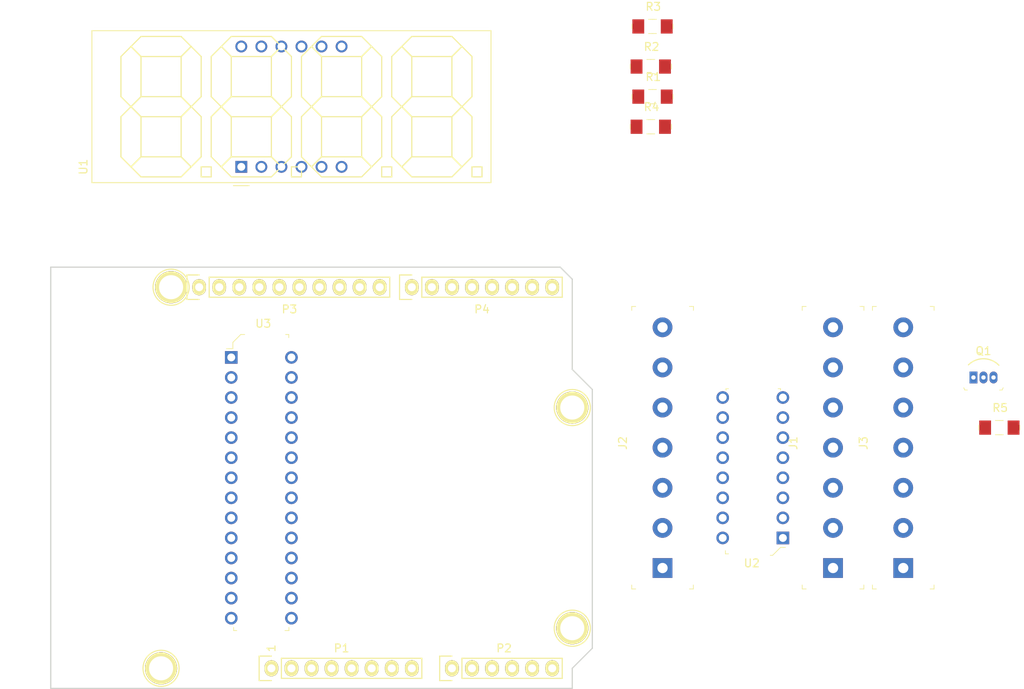
<source format=kicad_pcb>
(kicad_pcb (version 20171130) (host pcbnew "(5.1.2)-1")

  (general
    (thickness 1.6)
    (drawings 27)
    (tracks 0)
    (zones 0)
    (modules 20)
    (nets 75)
  )

  (page A4)
  (title_block
    (date "lun. 30 mars 2015")
  )

  (layers
    (0 F.Cu signal)
    (31 B.Cu signal)
    (32 B.Adhes user)
    (33 F.Adhes user)
    (34 B.Paste user)
    (35 F.Paste user)
    (36 B.SilkS user)
    (37 F.SilkS user)
    (38 B.Mask user)
    (39 F.Mask user)
    (40 Dwgs.User user)
    (41 Cmts.User user)
    (42 Eco1.User user)
    (43 Eco2.User user)
    (44 Edge.Cuts user)
    (45 Margin user)
    (46 B.CrtYd user)
    (47 F.CrtYd user)
    (48 B.Fab user)
    (49 F.Fab user)
  )

  (setup
    (last_trace_width 0.25)
    (trace_clearance 0.2)
    (zone_clearance 0.508)
    (zone_45_only no)
    (trace_min 0.2)
    (via_size 0.6)
    (via_drill 0.4)
    (via_min_size 0.4)
    (via_min_drill 0.3)
    (uvia_size 0.3)
    (uvia_drill 0.1)
    (uvias_allowed no)
    (uvia_min_size 0.2)
    (uvia_min_drill 0.1)
    (edge_width 0.15)
    (segment_width 0.15)
    (pcb_text_width 0.3)
    (pcb_text_size 1.5 1.5)
    (mod_edge_width 0.15)
    (mod_text_size 1 1)
    (mod_text_width 0.15)
    (pad_size 4.064 4.064)
    (pad_drill 3.048)
    (pad_to_mask_clearance 0)
    (aux_axis_origin 110.998 126.365)
    (grid_origin 110.998 126.365)
    (visible_elements 7FFFFFFF)
    (pcbplotparams
      (layerselection 0x00030_80000001)
      (usegerberextensions false)
      (usegerberattributes false)
      (usegerberadvancedattributes false)
      (creategerberjobfile false)
      (excludeedgelayer true)
      (linewidth 0.100000)
      (plotframeref false)
      (viasonmask false)
      (mode 1)
      (useauxorigin false)
      (hpglpennumber 1)
      (hpglpenspeed 20)
      (hpglpendiameter 15.000000)
      (psnegative false)
      (psa4output false)
      (plotreference true)
      (plotvalue true)
      (plotinvisibletext false)
      (padsonsilk false)
      (subtractmaskfromsilk false)
      (outputformat 1)
      (mirror false)
      (drillshape 1)
      (scaleselection 1)
      (outputdirectory ""))
  )

  (net 0 "")
  (net 1 /IOREF)
  (net 2 /Reset)
  (net 3 +5V)
  (net 4 GND)
  (net 5 /Vin)
  (net 6 /A0)
  (net 7 /A1)
  (net 8 /A2)
  (net 9 /A3)
  (net 10 /AREF)
  (net 11 "/A4(SDA)")
  (net 12 "/A5(SCL)")
  (net 13 /8)
  (net 14 /7)
  (net 15 /4)
  (net 16 /2)
  (net 17 "/1(Tx)")
  (net 18 "/0(Rx)")
  (net 19 "Net-(P5-Pad1)")
  (net 20 "Net-(P6-Pad1)")
  (net 21 "Net-(P7-Pad1)")
  (net 22 "Net-(P8-Pad1)")
  (net 23 "/13(SCK)")
  (net 24 "Net-(P1-Pad1)")
  (net 25 +3V3)
  (net 26 "/12(MISO)")
  (net 27 "Net-(R4-Pad1)")
  (net 28 "Net-(R3-Pad1)")
  (net 29 "Net-(R2-Pad1)")
  (net 30 "Net-(R1-Pad1)")
  (net 31 "/11(PWM-MOSI)")
  (net 32 "/10(PWM-SS)")
  (net 33 "/9(PWM)")
  (net 34 "/6(PWM)")
  (net 35 "/5(PWM)")
  (net 36 "/3(PWM)")
  (net 37 "Net-(Q1-Pad2)")
  (net 38 "Net-(J2-Pad7)")
  (net 39 "Net-(J2-Pad6)")
  (net 40 "Net-(J2-Pad5)")
  (net 41 "Net-(J2-Pad4)")
  (net 42 "Net-(J2-Pad3)")
  (net 43 "Net-(J2-Pad2)")
  (net 44 "Net-(J2-Pad1)")
  (net 45 "Net-(J3-Pad1)")
  (net 46 "Net-(U2-Pad9)")
  (net 47 +12V)
  (net 48 "Net-(U3-Pad28)")
  (net 49 "Net-(U3-Pad27)")
  (net 50 "Net-(U3-Pad26)")
  (net 51 "Net-(U3-Pad25)")
  (net 52 "Net-(U3-Pad24)")
  (net 53 "Net-(U3-Pad23)")
  (net 54 "Net-(U3-Pad22)")
  (net 55 "Net-(U3-Pad21)")
  (net 56 "Net-(U3-Pad20)")
  (net 57 "Net-(U3-Pad19)")
  (net 58 "Net-(U3-Pad18)")
  (net 59 "Net-(U3-Pad17)")
  (net 60 "Net-(U3-Pad16)")
  (net 61 "Net-(U3-Pad15)")
  (net 62 "Net-(U3-Pad14)")
  (net 63 "Net-(U3-Pad13)")
  (net 64 "Net-(U3-Pad12)")
  (net 65 "Net-(U3-Pad11)")
  (net 66 "Net-(U3-Pad10)")
  (net 67 "Net-(U3-Pad9)")
  (net 68 "Net-(U3-Pad7)")
  (net 69 "Net-(U3-Pad6)")
  (net 70 "Net-(U3-Pad5)")
  (net 71 "Net-(U3-Pad4)")
  (net 72 "Net-(U3-Pad3)")
  (net 73 "Net-(U3-Pad2)")
  (net 74 "Net-(U3-Pad1)")

  (net_class Default "This is the default net class."
    (clearance 0.2)
    (trace_width 0.25)
    (via_dia 0.6)
    (via_drill 0.4)
    (uvia_dia 0.3)
    (uvia_drill 0.1)
    (add_net +12V)
    (add_net +3V3)
    (add_net +5V)
    (add_net "/0(Rx)")
    (add_net "/1(Tx)")
    (add_net "/10(PWM-SS)")
    (add_net "/11(PWM-MOSI)")
    (add_net "/12(MISO)")
    (add_net "/13(SCK)")
    (add_net /2)
    (add_net "/3(PWM)")
    (add_net /4)
    (add_net "/5(PWM)")
    (add_net "/6(PWM)")
    (add_net /7)
    (add_net /8)
    (add_net "/9(PWM)")
    (add_net /A0)
    (add_net /A1)
    (add_net /A2)
    (add_net /A3)
    (add_net "/A4(SDA)")
    (add_net "/A5(SCL)")
    (add_net /AREF)
    (add_net /IOREF)
    (add_net /Reset)
    (add_net /Vin)
    (add_net GND)
    (add_net "Net-(J2-Pad1)")
    (add_net "Net-(J2-Pad2)")
    (add_net "Net-(J2-Pad3)")
    (add_net "Net-(J2-Pad4)")
    (add_net "Net-(J2-Pad5)")
    (add_net "Net-(J2-Pad6)")
    (add_net "Net-(J2-Pad7)")
    (add_net "Net-(J3-Pad1)")
    (add_net "Net-(P1-Pad1)")
    (add_net "Net-(P5-Pad1)")
    (add_net "Net-(P6-Pad1)")
    (add_net "Net-(P7-Pad1)")
    (add_net "Net-(P8-Pad1)")
    (add_net "Net-(Q1-Pad2)")
    (add_net "Net-(R1-Pad1)")
    (add_net "Net-(R2-Pad1)")
    (add_net "Net-(R3-Pad1)")
    (add_net "Net-(R4-Pad1)")
    (add_net "Net-(U2-Pad9)")
    (add_net "Net-(U3-Pad1)")
    (add_net "Net-(U3-Pad10)")
    (add_net "Net-(U3-Pad11)")
    (add_net "Net-(U3-Pad12)")
    (add_net "Net-(U3-Pad13)")
    (add_net "Net-(U3-Pad14)")
    (add_net "Net-(U3-Pad15)")
    (add_net "Net-(U3-Pad16)")
    (add_net "Net-(U3-Pad17)")
    (add_net "Net-(U3-Pad18)")
    (add_net "Net-(U3-Pad19)")
    (add_net "Net-(U3-Pad2)")
    (add_net "Net-(U3-Pad20)")
    (add_net "Net-(U3-Pad21)")
    (add_net "Net-(U3-Pad22)")
    (add_net "Net-(U3-Pad23)")
    (add_net "Net-(U3-Pad24)")
    (add_net "Net-(U3-Pad25)")
    (add_net "Net-(U3-Pad26)")
    (add_net "Net-(U3-Pad27)")
    (add_net "Net-(U3-Pad28)")
    (add_net "Net-(U3-Pad3)")
    (add_net "Net-(U3-Pad4)")
    (add_net "Net-(U3-Pad5)")
    (add_net "Net-(U3-Pad6)")
    (add_net "Net-(U3-Pad7)")
    (add_net "Net-(U3-Pad9)")
  )

  (module Luciebox:DIP-28_W7.62mm (layer F.Cu) (tedit 59C2773E) (tstamp 5D48F044)
    (at 133.858 84.455)
    (descr http://www.digikey.com/products/en?formaction=on&lang=en&site=us&KeyWords=296-1956-5-ND)
    (path /5D492254)
    (fp_text reference U3 (at 4.05 -4.28) (layer F.SilkS)
      (effects (font (size 1 1) (thickness 0.15)))
    )
    (fp_text value ATmega328-PU (at 3.76 35.65) (layer F.Fab)
      (effects (font (size 1 1) (thickness 0.15)))
    )
    (fp_line (start 7.08 -2.69) (end 7.08 34.4) (layer F.Fab) (width 0.1))
    (fp_line (start 0.48 -1.79) (end 1.38 -2.69) (layer F.Fab) (width 0.1))
    (fp_line (start 1.38 -2.69) (end 7.08 -2.69) (layer F.Fab) (width 0.1))
    (fp_line (start 0.48 -1.79) (end 0.48 34.4) (layer F.Fab) (width 0.1))
    (fp_line (start 7.28 -2.9) (end 6.88 -2.9) (layer F.SilkS) (width 0.1))
    (fp_line (start 7.28 -2.5) (end 7.28 -2.9) (layer F.SilkS) (width 0.1))
    (fp_text user REF** (at 3.63 12.31) (layer F.Fab)
      (effects (font (size 1 1) (thickness 0.1)))
    )
    (fp_line (start 0.48 34.4) (end 7.08 34.4) (layer F.Fab) (width 0.1))
    (fp_line (start 0.2 -1.9) (end 0.2 -1.1) (layer F.SilkS) (width 0.1))
    (fp_line (start 1.2 -2.9) (end 0.2 -1.9) (layer F.SilkS) (width 0.1))
    (fp_line (start 1.7 -2.9) (end 1.2 -2.9) (layer F.SilkS) (width 0.1))
    (fp_line (start 0.2 -1.1) (end -0.6 -1.1) (layer F.SilkS) (width 0.1))
    (fp_line (start -1.05 -2.94) (end -1.05 34.65) (layer F.CrtYd) (width 0.05))
    (fp_line (start 8.67 -2.94) (end 8.68 34.65) (layer F.CrtYd) (width 0.05))
    (fp_line (start -1.05 -2.94) (end 8.67 -2.94) (layer F.CrtYd) (width 0.05))
    (fp_line (start -1.05 34.65) (end 8.68 34.65) (layer F.CrtYd) (width 0.05))
    (fp_line (start 0.3 34.59) (end 0.7 34.59) (layer F.SilkS) (width 0.1))
    (fp_line (start 0.3 34.19) (end 0.3 34.59) (layer F.SilkS) (width 0.1))
    (fp_line (start 7.3 34.59) (end 6.8 34.59) (layer F.SilkS) (width 0.1))
    (fp_line (start 7.3 34.19) (end 7.3 34.59) (layer F.SilkS) (width 0.1))
    (pad 28 thru_hole circle (at 7.62 0) (size 1.6 1.6) (drill 1) (layers *.Cu *.Mask)
      (net 48 "Net-(U3-Pad28)"))
    (pad 27 thru_hole circle (at 7.62 2.54) (size 1.6 1.6) (drill 1) (layers *.Cu *.Mask)
      (net 49 "Net-(U3-Pad27)"))
    (pad 26 thru_hole circle (at 7.62 5.08) (size 1.6 1.6) (drill 1) (layers *.Cu *.Mask)
      (net 50 "Net-(U3-Pad26)"))
    (pad 25 thru_hole circle (at 7.62 7.62) (size 1.6 1.6) (drill 1) (layers *.Cu *.Mask)
      (net 51 "Net-(U3-Pad25)"))
    (pad 24 thru_hole circle (at 7.62 10.16) (size 1.6 1.6) (drill 1) (layers *.Cu *.Mask)
      (net 52 "Net-(U3-Pad24)"))
    (pad 23 thru_hole circle (at 7.62 12.7) (size 1.6 1.6) (drill 1) (layers *.Cu *.Mask)
      (net 53 "Net-(U3-Pad23)"))
    (pad 22 thru_hole circle (at 7.62 15.24) (size 1.6 1.6) (drill 1) (layers *.Cu *.Mask)
      (net 54 "Net-(U3-Pad22)"))
    (pad 21 thru_hole circle (at 7.62 17.78) (size 1.6 1.6) (drill 1) (layers *.Cu *.Mask)
      (net 55 "Net-(U3-Pad21)"))
    (pad 20 thru_hole circle (at 7.62 20.32) (size 1.6 1.6) (drill 1) (layers *.Cu *.Mask)
      (net 56 "Net-(U3-Pad20)"))
    (pad 19 thru_hole circle (at 7.62 22.86) (size 1.6 1.6) (drill 1) (layers *.Cu *.Mask)
      (net 57 "Net-(U3-Pad19)"))
    (pad 18 thru_hole circle (at 7.62 25.4) (size 1.6 1.6) (drill 1) (layers *.Cu *.Mask)
      (net 58 "Net-(U3-Pad18)"))
    (pad 17 thru_hole circle (at 7.62 27.94) (size 1.6 1.6) (drill 1) (layers *.Cu *.Mask)
      (net 59 "Net-(U3-Pad17)"))
    (pad 16 thru_hole circle (at 7.62 30.48) (size 1.6 1.6) (drill 1) (layers *.Cu *.Mask)
      (net 60 "Net-(U3-Pad16)"))
    (pad 15 thru_hole circle (at 7.62 33.02) (size 1.6 1.6) (drill 1) (layers *.Cu *.Mask)
      (net 61 "Net-(U3-Pad15)"))
    (pad 14 thru_hole circle (at 0 33.02) (size 1.6 1.6) (drill 1) (layers *.Cu *.Mask)
      (net 62 "Net-(U3-Pad14)"))
    (pad 13 thru_hole circle (at 0 30.48) (size 1.6 1.6) (drill 1) (layers *.Cu *.Mask)
      (net 63 "Net-(U3-Pad13)"))
    (pad 12 thru_hole circle (at 0 27.94) (size 1.6 1.6) (drill 1) (layers *.Cu *.Mask)
      (net 64 "Net-(U3-Pad12)"))
    (pad 11 thru_hole circle (at 0 25.4) (size 1.6 1.6) (drill 1) (layers *.Cu *.Mask)
      (net 65 "Net-(U3-Pad11)"))
    (pad 10 thru_hole circle (at 0 22.86) (size 1.6 1.6) (drill 1) (layers *.Cu *.Mask)
      (net 66 "Net-(U3-Pad10)"))
    (pad 9 thru_hole circle (at 0 20.32) (size 1.6 1.6) (drill 1) (layers *.Cu *.Mask)
      (net 67 "Net-(U3-Pad9)"))
    (pad 8 thru_hole circle (at 0 17.78) (size 1.6 1.6) (drill 1) (layers *.Cu *.Mask)
      (net 54 "Net-(U3-Pad22)"))
    (pad 7 thru_hole circle (at 0 15.24) (size 1.6 1.6) (drill 1) (layers *.Cu *.Mask)
      (net 68 "Net-(U3-Pad7)"))
    (pad 6 thru_hole circle (at 0 12.7) (size 1.6 1.6) (drill 1) (layers *.Cu *.Mask)
      (net 69 "Net-(U3-Pad6)"))
    (pad 5 thru_hole circle (at 0 10.16) (size 1.6 1.6) (drill 1) (layers *.Cu *.Mask)
      (net 70 "Net-(U3-Pad5)"))
    (pad 4 thru_hole circle (at 0 7.62) (size 1.6 1.6) (drill 1) (layers *.Cu *.Mask)
      (net 71 "Net-(U3-Pad4)"))
    (pad 3 thru_hole circle (at 0 5.08) (size 1.6 1.6) (drill 1) (layers *.Cu *.Mask)
      (net 72 "Net-(U3-Pad3)"))
    (pad 2 thru_hole circle (at 0 2.54) (size 1.6 1.6) (drill 1) (layers *.Cu *.Mask)
      (net 73 "Net-(U3-Pad2)"))
    (pad 1 thru_hole rect (at 0 0) (size 1.6 1.6) (drill 1) (layers *.Cu *.Mask)
      (net 74 "Net-(U3-Pad1)"))
  )

  (module Luciebox:TO-92-3 (layer F.Cu) (tedit 5AF9CDD1) (tstamp 5D49441E)
    (at 227.838 86.995)
    (descr http://www.ti.com/lit/ds/symlink/tl431a.pdf)
    (path /5D50231A)
    (fp_text reference Q1 (at 1.27 -3.35) (layer F.SilkS)
      (effects (font (size 1 1) (thickness 0.15)))
    )
    (fp_text value BC558 (at 1.27 2.5) (layer F.Fab)
      (effects (font (size 1 1) (thickness 0.15)))
    )
    (fp_text user %R (at 1.27 -1.25 180) (layer F.Fab)
      (effects (font (size 0.75 0.75) (thickness 0.15)))
    )
    (fp_line (start -1.08 1.6) (end -1.23 1.3) (layer F.SilkS) (width 0.1))
    (fp_line (start -0.78 1.6) (end -1.08 1.6) (layer F.SilkS) (width 0.1))
    (fp_line (start 3.62 1.6) (end 3.32 1.6) (layer F.SilkS) (width 0.1))
    (fp_line (start 3.62 1.6) (end 3.77 1.3) (layer F.SilkS) (width 0.1))
    (fp_line (start 4.17 1.75) (end 4.17 -2.5) (layer F.CrtYd) (width 0.05))
    (fp_line (start -1.63 1.75) (end -1.63 -2.5) (layer F.CrtYd) (width 0.05))
    (fp_line (start -1.63 1.75) (end 4.17 1.75) (layer F.CrtYd) (width 0.05))
    (fp_line (start -1.63 -2.5) (end 4.17 -2.5) (layer F.CrtYd) (width 0.05))
    (fp_arc (start 1.27 0.3) (end -1.33 0.3) (angle 90) (layer F.Fab) (width 0.15))
    (fp_arc (start 1.27 0.3) (end -1.03 1.5) (angle 235) (layer F.Fab) (width 0.15))
    (fp_line (start 3.57 1.5) (end -1.03 1.5) (layer F.Fab) (width 0.15))
    (fp_arc (start 1.27 0.35) (end -0.63 -1.6) (angle 90) (layer F.SilkS) (width 0.15))
    (pad 1 thru_hole rect (at 0 0 180) (size 1 1.5) (drill 0.55) (layers *.Cu *.Mask)
      (net 45 "Net-(J3-Pad1)"))
    (pad 3 thru_hole oval (at 2.54 0 180) (size 1 1.5) (drill 0.55) (layers *.Cu *.Mask)
      (net 47 +12V))
    (pad 2 thru_hole oval (at 1.27 0 180) (size 1 1.5) (drill 0.55) (layers *.Cu *.Mask)
      (net 37 "Net-(Q1-Pad2)"))
  )

  (module Luciebox:DIP-16_W7.62mm (layer F.Cu) (tedit 59C51584) (tstamp 5D492C25)
    (at 203.708 107.315 180)
    (path /5D4C411F)
    (fp_text reference U2 (at 3.94 -3.2) (layer F.SilkS)
      (effects (font (size 1 1) (thickness 0.15)))
    )
    (fp_text value ULN2003A (at 3.8 20) (layer F.Fab)
      (effects (font (size 1 1) (thickness 0.15)))
    )
    (fp_line (start 7.08 -1.8) (end 7.08 18.79) (layer F.Fab) (width 0.1))
    (fp_line (start 0.48 -0.9) (end 1.38 -1.8) (layer F.Fab) (width 0.1))
    (fp_line (start 1.38 -1.8) (end 7.08 -1.8) (layer F.Fab) (width 0.1))
    (fp_line (start 0.48 -0.9) (end 0.48 18.79) (layer F.Fab) (width 0.1))
    (fp_line (start 7.28 -2.01) (end 6.88 -2.01) (layer F.SilkS) (width 0.1))
    (fp_line (start 7.28 -1.61) (end 7.28 -2.01) (layer F.SilkS) (width 0.1))
    (fp_line (start 1.3 -2.2) (end 0.3 -1.2) (layer F.SilkS) (width 0.1))
    (fp_line (start 1.6 -2.2) (end 1.3 -2.2) (layer F.SilkS) (width 0.1))
    (fp_line (start -1.05 -2.25) (end -1.05 19.05) (layer F.CrtYd) (width 0.05))
    (fp_line (start 8.67 19.05) (end 8.67 -2.25) (layer F.CrtYd) (width 0.05))
    (fp_line (start -1.05 -2.25) (end 8.67 -2.25) (layer F.CrtYd) (width 0.05))
    (fp_text user REF** (at 3.84 7.97) (layer F.Fab)
      (effects (font (size 1 1) (thickness 0.1)))
    )
    (fp_line (start 0.3 -1.2) (end -0.07 -1.2) (layer F.SilkS) (width 0.1))
    (fp_line (start -0.08 -1.2) (end -0.33 -1.2) (layer F.SilkS) (width 0.1))
    (fp_line (start -1.05 19.05) (end 8.67 19.05) (layer F.CrtYd) (width 0.05))
    (fp_line (start 0.48 18.79) (end 7.08 18.79) (layer F.Fab) (width 0.1))
    (fp_line (start 7.2 18.9) (end 7.2 18.7) (layer F.SilkS) (width 0.1))
    (fp_line (start 6.9 18.9) (end 7.2 18.9) (layer F.SilkS) (width 0.1))
    (fp_line (start 0.3 18.9) (end 0.6 18.9) (layer F.SilkS) (width 0.1))
    (fp_line (start 0.3 18.7) (end 0.3 18.9) (layer F.SilkS) (width 0.1))
    (pad 9 thru_hole circle (at 7.62 17.78 180) (size 1.6 1.6) (drill 1) (layers *.Cu *.Mask)
      (net 46 "Net-(U2-Pad9)"))
    (pad 8 thru_hole circle (at 0 17.78 180) (size 1.6 1.6) (drill 1) (layers *.Cu *.Mask)
      (net 4 GND))
    (pad 16 thru_hole circle (at 7.62 0 180) (size 1.6 1.6) (drill 1) (layers *.Cu *.Mask)
      (net 44 "Net-(J2-Pad1)"))
    (pad 15 thru_hole circle (at 7.62 2.54 180) (size 1.6 1.6) (drill 1) (layers *.Cu *.Mask)
      (net 43 "Net-(J2-Pad2)"))
    (pad 14 thru_hole circle (at 7.62 5.08 180) (size 1.6 1.6) (drill 1) (layers *.Cu *.Mask)
      (net 42 "Net-(J2-Pad3)"))
    (pad 13 thru_hole circle (at 7.62 7.62 180) (size 1.6 1.6) (drill 1) (layers *.Cu *.Mask)
      (net 41 "Net-(J2-Pad4)"))
    (pad 12 thru_hole circle (at 7.62 10.16 180) (size 1.6 1.6) (drill 1) (layers *.Cu *.Mask)
      (net 40 "Net-(J2-Pad5)"))
    (pad 11 thru_hole circle (at 7.62 12.7 180) (size 1.6 1.6) (drill 1) (layers *.Cu *.Mask)
      (net 39 "Net-(J2-Pad6)"))
    (pad 10 thru_hole circle (at 7.62 15.24 180) (size 1.6 1.6) (drill 1) (layers *.Cu *.Mask)
      (net 38 "Net-(J2-Pad7)"))
    (pad 7 thru_hole circle (at 0 15.24 180) (size 1.6 1.6) (drill 1) (layers *.Cu *.Mask)
      (net 36 "/3(PWM)"))
    (pad 6 thru_hole circle (at 0 12.7 180) (size 1.6 1.6) (drill 1) (layers *.Cu *.Mask)
      (net 23 "/13(SCK)"))
    (pad 5 thru_hole circle (at 0 10.16 180) (size 1.6 1.6) (drill 1) (layers *.Cu *.Mask)
      (net 26 "/12(MISO)"))
    (pad 4 thru_hole circle (at 0 7.62 180) (size 1.6 1.6) (drill 1) (layers *.Cu *.Mask)
      (net 13 /8))
    (pad 3 thru_hole circle (at 0 5.08 180) (size 1.6 1.6) (drill 1) (layers *.Cu *.Mask)
      (net 15 /4))
    (pad 2 thru_hole circle (at 0 2.54 180) (size 1.6 1.6) (drill 1) (layers *.Cu *.Mask)
      (net 16 /2))
    (pad 1 thru_hole rect (at 0 0 180) (size 1.6 1.6) (drill 1) (layers *.Cu *.Mask)
      (net 14 /7))
  )

  (module Luciebox:Term_Block_1x7_P5.08mm (layer F.Cu) (tedit 5D419A15) (tstamp 5D4928AD)
    (at 218.948 111.125 90)
    (descr http://www.on-shore.com/wp-content/uploads/2015/09/osttcxx2162.pdf)
    (path /5D50A31C)
    (fp_text reference J3 (at 15.82 -5.03 90) (layer F.SilkS)
      (effects (font (size 1 1) (thickness 0.15)))
    )
    (fp_text value Screw_Terminal_01x07 (at 15.71 5.37 90) (layer F.Fab)
      (effects (font (size 1 1) (thickness 0.15)))
    )
    (fp_line (start -2.54 -3.8) (end -2.54 3.8) (layer F.Fab) (width 0.1))
    (fp_line (start -2.54 -3.8) (end 33.02 -3.8) (layer F.Fab) (width 0.1))
    (fp_line (start 33.02 -3.8) (end 33.02 3.8) (layer F.Fab) (width 0.1))
    (fp_line (start -2.54 3.8) (end 33.02 3.8) (layer F.Fab) (width 0.1))
    (fp_line (start -2.65 -3.9) (end -2.15 -3.9) (layer F.SilkS) (width 0.1))
    (fp_line (start -2.65 -3.9) (end -2.65 -3.4) (layer F.SilkS) (width 0.1))
    (fp_line (start -2.65 3.4) (end -2.65 3.9) (layer F.SilkS) (width 0.1))
    (fp_line (start -2.65 3.9) (end -2.15 3.9) (layer F.SilkS) (width 0.1))
    (fp_line (start 33.13 3.41) (end 33.13 3.91) (layer F.SilkS) (width 0.1))
    (fp_line (start 33.13 3.91) (end 32.63 3.91) (layer F.SilkS) (width 0.1))
    (fp_line (start 33.12 -3.9) (end 33.12 -3.4) (layer F.SilkS) (width 0.1))
    (fp_line (start 33.12 -3.9) (end 32.62 -3.9) (layer F.SilkS) (width 0.1))
    (fp_line (start 33.27 -4.05) (end -2.75 -4.05) (layer F.CrtYd) (width 0.05))
    (fp_line (start 33.27 -4.05) (end 33.27 4.05) (layer F.CrtYd) (width 0.05))
    (fp_line (start 33.27 4.05) (end -2.75 4.05) (layer F.CrtYd) (width 0.05))
    (fp_line (start -2.75 -4.05) (end -2.75 4.05) (layer F.CrtYd) (width 0.05))
    (fp_text user %R (at 15.24 0 90) (layer F.Fab)
      (effects (font (size 1 1) (thickness 0.15)))
    )
    (pad 7 thru_hole circle (at 30.48 0 90) (size 2.5 2.5) (drill 1.3) (layers *.Cu *.Mask)
      (net 45 "Net-(J3-Pad1)"))
    (pad 6 thru_hole circle (at 25.4 0 90) (size 2.5 2.5) (drill 1.3) (layers *.Cu *.Mask)
      (net 45 "Net-(J3-Pad1)"))
    (pad 5 thru_hole circle (at 20.32 0 90) (size 2.5 2.5) (drill 1.3) (layers *.Cu *.Mask)
      (net 45 "Net-(J3-Pad1)"))
    (pad 4 thru_hole circle (at 15.24 0 90) (size 2.5 2.5) (drill 1.3) (layers *.Cu *.Mask)
      (net 45 "Net-(J3-Pad1)"))
    (pad 3 thru_hole circle (at 10.16 0 90) (size 2.5 2.5) (drill 1.3) (layers *.Cu *.Mask)
      (net 45 "Net-(J3-Pad1)"))
    (pad 2 thru_hole circle (at 5.08 0 90) (size 2.5 2.5) (drill 1.3) (layers *.Cu *.Mask)
      (net 45 "Net-(J3-Pad1)"))
    (pad 1 thru_hole rect (at 0 0 90) (size 2.5 2.5) (drill 1.3) (layers *.Cu *.Mask)
      (net 45 "Net-(J3-Pad1)"))
  )

  (module Luciebox:Term_Block_1x7_P5.08mm (layer F.Cu) (tedit 5D419A15) (tstamp 5D492891)
    (at 188.468 111.125 90)
    (descr http://www.on-shore.com/wp-content/uploads/2015/09/osttcxx2162.pdf)
    (path /5D506721)
    (fp_text reference J2 (at 15.82 -5.03 90) (layer F.SilkS)
      (effects (font (size 1 1) (thickness 0.15)))
    )
    (fp_text value Screw_Terminal_01x07 (at 15.71 5.37 90) (layer F.Fab)
      (effects (font (size 1 1) (thickness 0.15)))
    )
    (fp_line (start -2.54 -3.8) (end -2.54 3.8) (layer F.Fab) (width 0.1))
    (fp_line (start -2.54 -3.8) (end 33.02 -3.8) (layer F.Fab) (width 0.1))
    (fp_line (start 33.02 -3.8) (end 33.02 3.8) (layer F.Fab) (width 0.1))
    (fp_line (start -2.54 3.8) (end 33.02 3.8) (layer F.Fab) (width 0.1))
    (fp_line (start -2.65 -3.9) (end -2.15 -3.9) (layer F.SilkS) (width 0.1))
    (fp_line (start -2.65 -3.9) (end -2.65 -3.4) (layer F.SilkS) (width 0.1))
    (fp_line (start -2.65 3.4) (end -2.65 3.9) (layer F.SilkS) (width 0.1))
    (fp_line (start -2.65 3.9) (end -2.15 3.9) (layer F.SilkS) (width 0.1))
    (fp_line (start 33.13 3.41) (end 33.13 3.91) (layer F.SilkS) (width 0.1))
    (fp_line (start 33.13 3.91) (end 32.63 3.91) (layer F.SilkS) (width 0.1))
    (fp_line (start 33.12 -3.9) (end 33.12 -3.4) (layer F.SilkS) (width 0.1))
    (fp_line (start 33.12 -3.9) (end 32.62 -3.9) (layer F.SilkS) (width 0.1))
    (fp_line (start 33.27 -4.05) (end -2.75 -4.05) (layer F.CrtYd) (width 0.05))
    (fp_line (start 33.27 -4.05) (end 33.27 4.05) (layer F.CrtYd) (width 0.05))
    (fp_line (start 33.27 4.05) (end -2.75 4.05) (layer F.CrtYd) (width 0.05))
    (fp_line (start -2.75 -4.05) (end -2.75 4.05) (layer F.CrtYd) (width 0.05))
    (fp_text user %R (at 15.24 0 90) (layer F.Fab)
      (effects (font (size 1 1) (thickness 0.15)))
    )
    (pad 7 thru_hole circle (at 30.48 0 90) (size 2.5 2.5) (drill 1.3) (layers *.Cu *.Mask)
      (net 38 "Net-(J2-Pad7)"))
    (pad 6 thru_hole circle (at 25.4 0 90) (size 2.5 2.5) (drill 1.3) (layers *.Cu *.Mask)
      (net 39 "Net-(J2-Pad6)"))
    (pad 5 thru_hole circle (at 20.32 0 90) (size 2.5 2.5) (drill 1.3) (layers *.Cu *.Mask)
      (net 40 "Net-(J2-Pad5)"))
    (pad 4 thru_hole circle (at 15.24 0 90) (size 2.5 2.5) (drill 1.3) (layers *.Cu *.Mask)
      (net 41 "Net-(J2-Pad4)"))
    (pad 3 thru_hole circle (at 10.16 0 90) (size 2.5 2.5) (drill 1.3) (layers *.Cu *.Mask)
      (net 42 "Net-(J2-Pad3)"))
    (pad 2 thru_hole circle (at 5.08 0 90) (size 2.5 2.5) (drill 1.3) (layers *.Cu *.Mask)
      (net 43 "Net-(J2-Pad2)"))
    (pad 1 thru_hole rect (at 0 0 90) (size 2.5 2.5) (drill 1.3) (layers *.Cu *.Mask)
      (net 44 "Net-(J2-Pad1)"))
  )

  (module Luciebox:Term_Block_1x7_P5.08mm (layer F.Cu) (tedit 5D419A15) (tstamp 5D492875)
    (at 210.058 111.125 90)
    (descr http://www.on-shore.com/wp-content/uploads/2015/09/osttcxx2162.pdf)
    (path /5D554824)
    (fp_text reference J1 (at 15.82 -5.03 90) (layer F.SilkS)
      (effects (font (size 1 1) (thickness 0.15)))
    )
    (fp_text value Screw_Terminal_01x07 (at 15.71 5.37 90) (layer F.Fab)
      (effects (font (size 1 1) (thickness 0.15)))
    )
    (fp_line (start -2.54 -3.8) (end -2.54 3.8) (layer F.Fab) (width 0.1))
    (fp_line (start -2.54 -3.8) (end 33.02 -3.8) (layer F.Fab) (width 0.1))
    (fp_line (start 33.02 -3.8) (end 33.02 3.8) (layer F.Fab) (width 0.1))
    (fp_line (start -2.54 3.8) (end 33.02 3.8) (layer F.Fab) (width 0.1))
    (fp_line (start -2.65 -3.9) (end -2.15 -3.9) (layer F.SilkS) (width 0.1))
    (fp_line (start -2.65 -3.9) (end -2.65 -3.4) (layer F.SilkS) (width 0.1))
    (fp_line (start -2.65 3.4) (end -2.65 3.9) (layer F.SilkS) (width 0.1))
    (fp_line (start -2.65 3.9) (end -2.15 3.9) (layer F.SilkS) (width 0.1))
    (fp_line (start 33.13 3.41) (end 33.13 3.91) (layer F.SilkS) (width 0.1))
    (fp_line (start 33.13 3.91) (end 32.63 3.91) (layer F.SilkS) (width 0.1))
    (fp_line (start 33.12 -3.9) (end 33.12 -3.4) (layer F.SilkS) (width 0.1))
    (fp_line (start 33.12 -3.9) (end 32.62 -3.9) (layer F.SilkS) (width 0.1))
    (fp_line (start 33.27 -4.05) (end -2.75 -4.05) (layer F.CrtYd) (width 0.05))
    (fp_line (start 33.27 -4.05) (end 33.27 4.05) (layer F.CrtYd) (width 0.05))
    (fp_line (start 33.27 4.05) (end -2.75 4.05) (layer F.CrtYd) (width 0.05))
    (fp_line (start -2.75 -4.05) (end -2.75 4.05) (layer F.CrtYd) (width 0.05))
    (fp_text user %R (at 15.24 0 90) (layer F.Fab)
      (effects (font (size 1 1) (thickness 0.15)))
    )
    (pad 7 thru_hole circle (at 30.48 0 90) (size 2.5 2.5) (drill 1.3) (layers *.Cu *.Mask)
      (net 36 "/3(PWM)"))
    (pad 6 thru_hole circle (at 25.4 0 90) (size 2.5 2.5) (drill 1.3) (layers *.Cu *.Mask)
      (net 23 "/13(SCK)"))
    (pad 5 thru_hole circle (at 20.32 0 90) (size 2.5 2.5) (drill 1.3) (layers *.Cu *.Mask)
      (net 26 "/12(MISO)"))
    (pad 4 thru_hole circle (at 15.24 0 90) (size 2.5 2.5) (drill 1.3) (layers *.Cu *.Mask)
      (net 13 /8))
    (pad 3 thru_hole circle (at 10.16 0 90) (size 2.5 2.5) (drill 1.3) (layers *.Cu *.Mask)
      (net 15 /4))
    (pad 2 thru_hole circle (at 5.08 0 90) (size 2.5 2.5) (drill 1.3) (layers *.Cu *.Mask)
      (net 16 /2))
    (pad 1 thru_hole rect (at 0 0 90) (size 2.5 2.5) (drill 1.3) (layers *.Cu *.Mask)
      (net 14 /7))
  )

  (module Luciebox:1206 (layer F.Cu) (tedit 5D288D46) (tstamp 5D494751)
    (at 231.118 93.345)
    (descr http://media.digikey.com/pdf/Data%20Sheets/Lite-On%20PDFs/LTST-C230KFKT_5-24-06.pdf)
    (path /5D4E6F2F)
    (attr smd)
    (fp_text reference R5 (at 0.1 -2.5) (layer F.SilkS)
      (effects (font (size 1 1) (thickness 0.15)))
    )
    (fp_text value R_Small (at 0 2.6) (layer F.Fab)
      (effects (font (size 1 1) (thickness 0.15)))
    )
    (fp_line (start -1.6 0.8) (end 1.6 0.8) (layer F.Fab) (width 0.1))
    (fp_line (start -1.6 -0.8) (end 1.6 -0.8) (layer F.Fab) (width 0.1))
    (fp_line (start 1.6 -0.8) (end 1.6 0.8) (layer F.Fab) (width 0.1))
    (fp_line (start -1.6 -0.8) (end -1.6 0.8) (layer F.Fab) (width 0.1))
    (fp_line (start -2.8 1.15) (end 2.8 1.15) (layer F.CrtYd) (width 0.05))
    (fp_line (start -2.8 -1.15) (end -2.8 1.15) (layer F.CrtYd) (width 0.05))
    (fp_line (start 2.8 -1.15) (end -2.8 -1.15) (layer F.CrtYd) (width 0.05))
    (fp_line (start 2.8 1.15) (end 2.8 -1.15) (layer F.CrtYd) (width 0.05))
    (fp_text user %R (at 0 0) (layer F.Fab)
      (effects (font (size 1 1) (thickness 0.15)))
    )
    (fp_line (start 0 -0.9) (end 0.5 -0.9) (layer F.SilkS) (width 0.1))
    (fp_line (start 0 -0.9) (end -0.5 -0.9) (layer F.SilkS) (width 0.1))
    (fp_line (start 0 0.9) (end 0.5 0.9) (layer F.SilkS) (width 0.1))
    (fp_line (start 0 0.9) (end -0.5 0.9) (layer F.SilkS) (width 0.1))
    (fp_line (start -2.6 -0.3) (end -2.6 0.3) (layer F.SilkS) (width 0.1))
    (fp_line (start 2.6 -0.3) (end 2.6 0.3) (layer F.SilkS) (width 0.1))
    (pad 2 smd rect (at 1.8 0) (size 1.5 1.8) (layers F.Cu F.Paste F.Mask)
      (net 34 "/6(PWM)"))
    (pad 1 smd rect (at -1.8 0) (size 1.5 1.8) (layers F.Cu F.Paste F.Mask)
      (net 37 "Net-(Q1-Pad2)"))
  )

  (module Luciebox:1206 (layer F.Cu) (tedit 5D288D46) (tstamp 5D48CE0B)
    (at 186.978 55.245)
    (descr http://media.digikey.com/pdf/Data%20Sheets/Lite-On%20PDFs/LTST-C230KFKT_5-24-06.pdf)
    (path /5D49796F)
    (attr smd)
    (fp_text reference R4 (at 0.1 -2.5) (layer F.SilkS)
      (effects (font (size 1 1) (thickness 0.15)))
    )
    (fp_text value R_Small (at 0 2.6) (layer F.Fab)
      (effects (font (size 1 1) (thickness 0.15)))
    )
    (fp_line (start -1.6 0.8) (end 1.6 0.8) (layer F.Fab) (width 0.1))
    (fp_line (start -1.6 -0.8) (end 1.6 -0.8) (layer F.Fab) (width 0.1))
    (fp_line (start 1.6 -0.8) (end 1.6 0.8) (layer F.Fab) (width 0.1))
    (fp_line (start -1.6 -0.8) (end -1.6 0.8) (layer F.Fab) (width 0.1))
    (fp_line (start -2.8 1.15) (end 2.8 1.15) (layer F.CrtYd) (width 0.05))
    (fp_line (start -2.8 -1.15) (end -2.8 1.15) (layer F.CrtYd) (width 0.05))
    (fp_line (start 2.8 -1.15) (end -2.8 -1.15) (layer F.CrtYd) (width 0.05))
    (fp_line (start 2.8 1.15) (end 2.8 -1.15) (layer F.CrtYd) (width 0.05))
    (fp_text user %R (at 0 0) (layer F.Fab)
      (effects (font (size 1 1) (thickness 0.15)))
    )
    (fp_line (start 0 -0.9) (end 0.5 -0.9) (layer F.SilkS) (width 0.1))
    (fp_line (start 0 -0.9) (end -0.5 -0.9) (layer F.SilkS) (width 0.1))
    (fp_line (start 0 0.9) (end 0.5 0.9) (layer F.SilkS) (width 0.1))
    (fp_line (start 0 0.9) (end -0.5 0.9) (layer F.SilkS) (width 0.1))
    (fp_line (start -2.6 -0.3) (end -2.6 0.3) (layer F.SilkS) (width 0.1))
    (fp_line (start 2.6 -0.3) (end 2.6 0.3) (layer F.SilkS) (width 0.1))
    (pad 2 smd rect (at 1.8 0) (size 1.5 1.8) (layers F.Cu F.Paste F.Mask)
      (net 31 "/11(PWM-MOSI)"))
    (pad 1 smd rect (at -1.8 0) (size 1.5 1.8) (layers F.Cu F.Paste F.Mask)
      (net 27 "Net-(R4-Pad1)"))
  )

  (module Luciebox:1206 (layer F.Cu) (tedit 5D288D46) (tstamp 5D48CDFB)
    (at 187.198 42.545)
    (descr http://media.digikey.com/pdf/Data%20Sheets/Lite-On%20PDFs/LTST-C230KFKT_5-24-06.pdf)
    (path /5D497707)
    (attr smd)
    (fp_text reference R3 (at 0.1 -2.5) (layer F.SilkS)
      (effects (font (size 1 1) (thickness 0.15)))
    )
    (fp_text value R_Small (at 0 2.6) (layer F.Fab)
      (effects (font (size 1 1) (thickness 0.15)))
    )
    (fp_line (start -1.6 0.8) (end 1.6 0.8) (layer F.Fab) (width 0.1))
    (fp_line (start -1.6 -0.8) (end 1.6 -0.8) (layer F.Fab) (width 0.1))
    (fp_line (start 1.6 -0.8) (end 1.6 0.8) (layer F.Fab) (width 0.1))
    (fp_line (start -1.6 -0.8) (end -1.6 0.8) (layer F.Fab) (width 0.1))
    (fp_line (start -2.8 1.15) (end 2.8 1.15) (layer F.CrtYd) (width 0.05))
    (fp_line (start -2.8 -1.15) (end -2.8 1.15) (layer F.CrtYd) (width 0.05))
    (fp_line (start 2.8 -1.15) (end -2.8 -1.15) (layer F.CrtYd) (width 0.05))
    (fp_line (start 2.8 1.15) (end 2.8 -1.15) (layer F.CrtYd) (width 0.05))
    (fp_text user %R (at 0 0) (layer F.Fab)
      (effects (font (size 1 1) (thickness 0.15)))
    )
    (fp_line (start 0 -0.9) (end 0.5 -0.9) (layer F.SilkS) (width 0.1))
    (fp_line (start 0 -0.9) (end -0.5 -0.9) (layer F.SilkS) (width 0.1))
    (fp_line (start 0 0.9) (end 0.5 0.9) (layer F.SilkS) (width 0.1))
    (fp_line (start 0 0.9) (end -0.5 0.9) (layer F.SilkS) (width 0.1))
    (fp_line (start -2.6 -0.3) (end -2.6 0.3) (layer F.SilkS) (width 0.1))
    (fp_line (start 2.6 -0.3) (end 2.6 0.3) (layer F.SilkS) (width 0.1))
    (pad 2 smd rect (at 1.8 0) (size 1.5 1.8) (layers F.Cu F.Paste F.Mask)
      (net 32 "/10(PWM-SS)"))
    (pad 1 smd rect (at -1.8 0) (size 1.5 1.8) (layers F.Cu F.Paste F.Mask)
      (net 28 "Net-(R3-Pad1)"))
  )

  (module Luciebox:1206 (layer F.Cu) (tedit 5D288D46) (tstamp 5D48CDEB)
    (at 186.978 47.625)
    (descr http://media.digikey.com/pdf/Data%20Sheets/Lite-On%20PDFs/LTST-C230KFKT_5-24-06.pdf)
    (path /5D49734E)
    (attr smd)
    (fp_text reference R2 (at 0.1 -2.5) (layer F.SilkS)
      (effects (font (size 1 1) (thickness 0.15)))
    )
    (fp_text value R_Small (at 0 2.6) (layer F.Fab)
      (effects (font (size 1 1) (thickness 0.15)))
    )
    (fp_line (start -1.6 0.8) (end 1.6 0.8) (layer F.Fab) (width 0.1))
    (fp_line (start -1.6 -0.8) (end 1.6 -0.8) (layer F.Fab) (width 0.1))
    (fp_line (start 1.6 -0.8) (end 1.6 0.8) (layer F.Fab) (width 0.1))
    (fp_line (start -1.6 -0.8) (end -1.6 0.8) (layer F.Fab) (width 0.1))
    (fp_line (start -2.8 1.15) (end 2.8 1.15) (layer F.CrtYd) (width 0.05))
    (fp_line (start -2.8 -1.15) (end -2.8 1.15) (layer F.CrtYd) (width 0.05))
    (fp_line (start 2.8 -1.15) (end -2.8 -1.15) (layer F.CrtYd) (width 0.05))
    (fp_line (start 2.8 1.15) (end 2.8 -1.15) (layer F.CrtYd) (width 0.05))
    (fp_text user %R (at 0 0) (layer F.Fab)
      (effects (font (size 1 1) (thickness 0.15)))
    )
    (fp_line (start 0 -0.9) (end 0.5 -0.9) (layer F.SilkS) (width 0.1))
    (fp_line (start 0 -0.9) (end -0.5 -0.9) (layer F.SilkS) (width 0.1))
    (fp_line (start 0 0.9) (end 0.5 0.9) (layer F.SilkS) (width 0.1))
    (fp_line (start 0 0.9) (end -0.5 0.9) (layer F.SilkS) (width 0.1))
    (fp_line (start -2.6 -0.3) (end -2.6 0.3) (layer F.SilkS) (width 0.1))
    (fp_line (start 2.6 -0.3) (end 2.6 0.3) (layer F.SilkS) (width 0.1))
    (pad 2 smd rect (at 1.8 0) (size 1.5 1.8) (layers F.Cu F.Paste F.Mask)
      (net 33 "/9(PWM)"))
    (pad 1 smd rect (at -1.8 0) (size 1.5 1.8) (layers F.Cu F.Paste F.Mask)
      (net 29 "Net-(R2-Pad1)"))
  )

  (module Luciebox:1206 (layer F.Cu) (tedit 5D288D46) (tstamp 5D48CDDB)
    (at 187.198 51.435)
    (descr http://media.digikey.com/pdf/Data%20Sheets/Lite-On%20PDFs/LTST-C230KFKT_5-24-06.pdf)
    (path /5D496C09)
    (attr smd)
    (fp_text reference R1 (at 0.1 -2.5) (layer F.SilkS)
      (effects (font (size 1 1) (thickness 0.15)))
    )
    (fp_text value R_Small (at 0 2.6) (layer F.Fab)
      (effects (font (size 1 1) (thickness 0.15)))
    )
    (fp_line (start -1.6 0.8) (end 1.6 0.8) (layer F.Fab) (width 0.1))
    (fp_line (start -1.6 -0.8) (end 1.6 -0.8) (layer F.Fab) (width 0.1))
    (fp_line (start 1.6 -0.8) (end 1.6 0.8) (layer F.Fab) (width 0.1))
    (fp_line (start -1.6 -0.8) (end -1.6 0.8) (layer F.Fab) (width 0.1))
    (fp_line (start -2.8 1.15) (end 2.8 1.15) (layer F.CrtYd) (width 0.05))
    (fp_line (start -2.8 -1.15) (end -2.8 1.15) (layer F.CrtYd) (width 0.05))
    (fp_line (start 2.8 -1.15) (end -2.8 -1.15) (layer F.CrtYd) (width 0.05))
    (fp_line (start 2.8 1.15) (end 2.8 -1.15) (layer F.CrtYd) (width 0.05))
    (fp_text user %R (at 0 0) (layer F.Fab)
      (effects (font (size 1 1) (thickness 0.15)))
    )
    (fp_line (start 0 -0.9) (end 0.5 -0.9) (layer F.SilkS) (width 0.1))
    (fp_line (start 0 -0.9) (end -0.5 -0.9) (layer F.SilkS) (width 0.1))
    (fp_line (start 0 0.9) (end 0.5 0.9) (layer F.SilkS) (width 0.1))
    (fp_line (start 0 0.9) (end -0.5 0.9) (layer F.SilkS) (width 0.1))
    (fp_line (start -2.6 -0.3) (end -2.6 0.3) (layer F.SilkS) (width 0.1))
    (fp_line (start 2.6 -0.3) (end 2.6 0.3) (layer F.SilkS) (width 0.1))
    (pad 2 smd rect (at 1.8 0) (size 1.5 1.8) (layers F.Cu F.Paste F.Mask)
      (net 35 "/5(PWM)"))
    (pad 1 smd rect (at -1.8 0) (size 1.5 1.8) (layers F.Cu F.Paste F.Mask)
      (net 30 "Net-(R1-Pad1)"))
  )

  (module Luciebox:CA56-12SRWA (layer F.Cu) (tedit 5D48AE1E) (tstamp 5D48ABCA)
    (at 135.128 60.325 90)
    (descr "4 digit 7 segment green LED, http://www.kingbrightusa.com/images/catalog/SPEC/CA56-12SRWA.pdf")
    (tags "4 digit 7 segment green LED")
    (path /5D48F293)
    (fp_text reference U1 (at 0 -20 90) (layer F.SilkS)
      (effects (font (size 1 1) (thickness 0.15)))
    )
    (fp_text value CA56-12SRWA (at 3.2 32.8 90) (layer F.Fab)
      (effects (font (size 1 1) (thickness 0.15)))
    )
    (fp_line (start 6.35 -1.27) (end 7.62 -2.54) (layer F.SilkS) (width 0.15))
    (fp_line (start 6.35 3.81) (end 6.35 -1.27) (layer F.SilkS) (width 0.15))
    (fp_line (start 7.62 5.08) (end 6.35 3.81) (layer F.SilkS) (width 0.15))
    (fp_line (start 7.62 -2.54) (end 8.89 -1.27) (layer F.SilkS) (width 0.15))
    (fp_line (start 8.89 3.81) (end 7.62 5.08) (layer F.SilkS) (width 0.15))
    (fp_line (start 15.24 -2.54) (end 16.51 -1.27) (layer F.SilkS) (width 0.15))
    (fp_line (start 13.97 3.81) (end 13.97 -1.27) (layer F.SilkS) (width 0.15))
    (fp_line (start 16.51 3.81) (end 15.24 5.08) (layer F.SilkS) (width 0.15))
    (fp_line (start 16.51 -1.27) (end 16.51 3.81) (layer F.SilkS) (width 0.15))
    (fp_line (start 15.24 5.08) (end 13.97 3.81) (layer F.SilkS) (width 0.15))
    (fp_line (start 13.97 -1.27) (end 15.24 -2.54) (layer F.SilkS) (width 0.15))
    (fp_line (start -1.27 6.35) (end 0 6.35) (layer F.SilkS) (width 0.15))
    (fp_line (start 0 6.35) (end 0 7.62) (layer F.SilkS) (width 0.15))
    (fp_line (start 0 7.62) (end -1.27 7.62) (layer F.SilkS) (width 0.15))
    (fp_line (start -1.27 7.62) (end -1.27 6.35) (layer F.SilkS) (width 0.15))
    (fp_line (start 1.27 -1.27) (end 0 -2.54) (layer F.SilkS) (width 0.15))
    (fp_line (start 13.97 -1.27) (end 8.89 -1.27) (layer F.SilkS) (width 0.15))
    (fp_line (start 8.89 -3.81) (end 13.97 -3.81) (layer F.SilkS) (width 0.15))
    (fp_line (start 1.27 -3.81) (end 6.35 -3.81) (layer F.SilkS) (width 0.15))
    (fp_line (start 0 -2.54) (end 1.27 -3.81) (layer F.SilkS) (width 0.15))
    (fp_line (start 6.35 -1.27) (end 1.27 -1.27) (layer F.SilkS) (width 0.15))
    (fp_line (start 7.62 -2.54) (end 8.89 -3.81) (layer F.SilkS) (width 0.15))
    (fp_line (start 15.24 -2.54) (end 13.97 -1.27) (layer F.SilkS) (width 0.15))
    (fp_line (start 13.97 -3.81) (end 15.24 -2.54) (layer F.SilkS) (width 0.15))
    (fp_line (start 8.89 -1.27) (end 7.62 -2.54) (layer F.SilkS) (width 0.15))
    (fp_line (start 7.62 -2.54) (end 6.35 -1.27) (layer F.SilkS) (width 0.15))
    (fp_line (start 6.35 -3.81) (end 7.62 -2.54) (layer F.SilkS) (width 0.15))
    (fp_line (start 0 5.08) (end -1.27 3.81) (layer F.SilkS) (width 0.15))
    (fp_line (start 0 -2.54) (end 1.27 -1.27) (layer F.SilkS) (width 0.15))
    (fp_line (start -1.27 -1.27) (end 0 -2.54) (layer F.SilkS) (width 0.15))
    (fp_line (start 1.27 3.81) (end 0 5.08) (layer F.SilkS) (width 0.15))
    (fp_line (start 1.27 -1.27) (end 1.27 3.81) (layer F.SilkS) (width 0.15))
    (fp_line (start -1.27 3.81) (end -1.27 -1.27) (layer F.SilkS) (width 0.15))
    (fp_line (start 1.27 6.35) (end 0 5.08) (layer F.SilkS) (width 0.15))
    (fp_line (start 6.35 3.81) (end 7.62 5.08) (layer F.SilkS) (width 0.15))
    (fp_line (start 6.35 6.35) (end 1.27 6.35) (layer F.SilkS) (width 0.15))
    (fp_line (start 1.27 3.81) (end 6.35 3.81) (layer F.SilkS) (width 0.15))
    (fp_line (start 7.62 5.08) (end 6.35 6.35) (layer F.SilkS) (width 0.15))
    (fp_line (start 0 5.08) (end 1.27 3.81) (layer F.SilkS) (width 0.15))
    (fp_line (start 13.97 3.81) (end 15.24 5.08) (layer F.SilkS) (width 0.15))
    (fp_line (start 8.89 6.35) (end 7.62 5.08) (layer F.SilkS) (width 0.15))
    (fp_line (start 13.97 6.35) (end 8.89 6.35) (layer F.SilkS) (width 0.15))
    (fp_line (start 7.62 5.08) (end 8.89 3.81) (layer F.SilkS) (width 0.15))
    (fp_line (start 8.89 3.81) (end 13.97 3.81) (layer F.SilkS) (width 0.15))
    (fp_line (start 15.24 5.08) (end 13.97 6.35) (layer F.SilkS) (width 0.15))
    (fp_line (start 8.89 -1.27) (end 8.89 3.81) (layer F.SilkS) (width 0.15))
    (fp_line (start 6.35 10.16) (end 7.62 8.89) (layer F.SilkS) (width 0.15))
    (fp_line (start 6.35 15.24) (end 6.35 10.16) (layer F.SilkS) (width 0.15))
    (fp_line (start 7.62 16.51) (end 6.35 15.24) (layer F.SilkS) (width 0.15))
    (fp_line (start 7.62 8.89) (end 8.89 10.16) (layer F.SilkS) (width 0.15))
    (fp_line (start 8.89 15.24) (end 7.62 16.51) (layer F.SilkS) (width 0.15))
    (fp_line (start 15.24 8.89) (end 16.51 10.16) (layer F.SilkS) (width 0.15))
    (fp_line (start 13.97 15.24) (end 13.97 10.16) (layer F.SilkS) (width 0.15))
    (fp_line (start 16.51 15.24) (end 15.24 16.51) (layer F.SilkS) (width 0.15))
    (fp_line (start 16.51 10.16) (end 16.51 15.24) (layer F.SilkS) (width 0.15))
    (fp_line (start 15.24 16.51) (end 13.97 15.24) (layer F.SilkS) (width 0.15))
    (fp_line (start 13.97 10.16) (end 15.24 8.89) (layer F.SilkS) (width 0.15))
    (fp_line (start -1.27 17.78) (end 0 17.78) (layer F.SilkS) (width 0.15))
    (fp_line (start 0 17.78) (end 0 19.05) (layer F.SilkS) (width 0.15))
    (fp_line (start 0 19.05) (end -1.27 19.05) (layer F.SilkS) (width 0.15))
    (fp_line (start -1.27 19.05) (end -1.27 17.78) (layer F.SilkS) (width 0.15))
    (fp_line (start 1.27 10.16) (end 0 8.89) (layer F.SilkS) (width 0.15))
    (fp_line (start 13.97 10.16) (end 8.89 10.16) (layer F.SilkS) (width 0.15))
    (fp_line (start 8.89 7.62) (end 13.97 7.62) (layer F.SilkS) (width 0.15))
    (fp_line (start 1.27 7.62) (end 6.35 7.62) (layer F.SilkS) (width 0.15))
    (fp_line (start 0 8.89) (end 1.27 7.62) (layer F.SilkS) (width 0.15))
    (fp_line (start 6.35 10.16) (end 1.27 10.16) (layer F.SilkS) (width 0.15))
    (fp_line (start 7.62 8.89) (end 8.89 7.62) (layer F.SilkS) (width 0.15))
    (fp_line (start 15.24 8.89) (end 13.97 10.16) (layer F.SilkS) (width 0.15))
    (fp_line (start 13.97 7.62) (end 15.24 8.89) (layer F.SilkS) (width 0.15))
    (fp_line (start 8.89 10.16) (end 7.62 8.89) (layer F.SilkS) (width 0.15))
    (fp_line (start 7.62 8.89) (end 6.35 10.16) (layer F.SilkS) (width 0.15))
    (fp_line (start 6.35 7.62) (end 7.62 8.89) (layer F.SilkS) (width 0.15))
    (fp_line (start 0 16.51) (end -1.27 15.24) (layer F.SilkS) (width 0.15))
    (fp_line (start 0 8.89) (end 1.27 10.16) (layer F.SilkS) (width 0.15))
    (fp_line (start -1.27 10.16) (end 0 8.89) (layer F.SilkS) (width 0.15))
    (fp_line (start 1.27 15.24) (end 0 16.51) (layer F.SilkS) (width 0.15))
    (fp_line (start 1.27 10.16) (end 1.27 15.24) (layer F.SilkS) (width 0.15))
    (fp_line (start -1.27 15.24) (end -1.27 10.16) (layer F.SilkS) (width 0.15))
    (fp_line (start 1.27 17.78) (end 0 16.51) (layer F.SilkS) (width 0.15))
    (fp_line (start 6.35 15.24) (end 7.62 16.51) (layer F.SilkS) (width 0.15))
    (fp_line (start 6.35 17.78) (end 1.27 17.78) (layer F.SilkS) (width 0.15))
    (fp_line (start 1.27 15.24) (end 6.35 15.24) (layer F.SilkS) (width 0.15))
    (fp_line (start 7.62 16.51) (end 6.35 17.78) (layer F.SilkS) (width 0.15))
    (fp_line (start 0 16.51) (end 1.27 15.24) (layer F.SilkS) (width 0.15))
    (fp_line (start 13.97 15.24) (end 15.24 16.51) (layer F.SilkS) (width 0.15))
    (fp_line (start 8.89 17.78) (end 7.62 16.51) (layer F.SilkS) (width 0.15))
    (fp_line (start 13.97 17.78) (end 8.89 17.78) (layer F.SilkS) (width 0.15))
    (fp_line (start 7.62 16.51) (end 8.89 15.24) (layer F.SilkS) (width 0.15))
    (fp_line (start 8.89 15.24) (end 13.97 15.24) (layer F.SilkS) (width 0.15))
    (fp_line (start 15.24 16.51) (end 13.97 17.78) (layer F.SilkS) (width 0.15))
    (fp_line (start 8.89 10.16) (end 8.89 15.24) (layer F.SilkS) (width 0.15))
    (fp_line (start 6.35 21.59) (end 7.62 20.32) (layer F.SilkS) (width 0.15))
    (fp_line (start 6.35 26.67) (end 6.35 21.59) (layer F.SilkS) (width 0.15))
    (fp_line (start 7.62 27.94) (end 6.35 26.67) (layer F.SilkS) (width 0.15))
    (fp_line (start 7.62 20.32) (end 8.89 21.59) (layer F.SilkS) (width 0.15))
    (fp_line (start 8.89 26.67) (end 7.62 27.94) (layer F.SilkS) (width 0.15))
    (fp_line (start 15.24 20.32) (end 16.51 21.59) (layer F.SilkS) (width 0.15))
    (fp_line (start 13.97 26.67) (end 13.97 21.59) (layer F.SilkS) (width 0.15))
    (fp_line (start 16.51 26.67) (end 15.24 27.94) (layer F.SilkS) (width 0.15))
    (fp_line (start 16.51 21.59) (end 16.51 26.67) (layer F.SilkS) (width 0.15))
    (fp_line (start 15.24 27.94) (end 13.97 26.67) (layer F.SilkS) (width 0.15))
    (fp_line (start 13.97 21.59) (end 15.24 20.32) (layer F.SilkS) (width 0.15))
    (fp_line (start -1.27 29.21) (end 0 29.21) (layer F.SilkS) (width 0.15))
    (fp_line (start 0 29.21) (end 0 30.48) (layer F.SilkS) (width 0.15))
    (fp_line (start 0 30.48) (end -1.27 30.48) (layer F.SilkS) (width 0.15))
    (fp_line (start -1.27 30.48) (end -1.27 29.21) (layer F.SilkS) (width 0.15))
    (fp_line (start 1.27 21.59) (end 0 20.32) (layer F.SilkS) (width 0.15))
    (fp_line (start 13.97 21.59) (end 8.89 21.59) (layer F.SilkS) (width 0.15))
    (fp_line (start 8.89 19.05) (end 13.97 19.05) (layer F.SilkS) (width 0.15))
    (fp_line (start 1.27 19.05) (end 6.35 19.05) (layer F.SilkS) (width 0.15))
    (fp_line (start 0 20.32) (end 1.27 19.05) (layer F.SilkS) (width 0.15))
    (fp_line (start 6.35 21.59) (end 1.27 21.59) (layer F.SilkS) (width 0.15))
    (fp_line (start 7.62 20.32) (end 8.89 19.05) (layer F.SilkS) (width 0.15))
    (fp_line (start 15.24 20.32) (end 13.97 21.59) (layer F.SilkS) (width 0.15))
    (fp_line (start 13.97 19.05) (end 15.24 20.32) (layer F.SilkS) (width 0.15))
    (fp_line (start 8.89 21.59) (end 7.62 20.32) (layer F.SilkS) (width 0.15))
    (fp_line (start 7.62 20.32) (end 6.35 21.59) (layer F.SilkS) (width 0.15))
    (fp_line (start 6.35 19.05) (end 7.62 20.32) (layer F.SilkS) (width 0.15))
    (fp_line (start 0 27.94) (end -1.27 26.67) (layer F.SilkS) (width 0.15))
    (fp_line (start 0 20.32) (end 1.27 21.59) (layer F.SilkS) (width 0.15))
    (fp_line (start -1.27 21.59) (end 0 20.32) (layer F.SilkS) (width 0.15))
    (fp_line (start 1.27 26.67) (end 0 27.94) (layer F.SilkS) (width 0.15))
    (fp_line (start 1.27 21.59) (end 1.27 26.67) (layer F.SilkS) (width 0.15))
    (fp_line (start -1.27 26.67) (end -1.27 21.59) (layer F.SilkS) (width 0.15))
    (fp_line (start 1.27 29.21) (end 0 27.94) (layer F.SilkS) (width 0.15))
    (fp_line (start 6.35 26.67) (end 7.62 27.94) (layer F.SilkS) (width 0.15))
    (fp_line (start 6.35 29.21) (end 1.27 29.21) (layer F.SilkS) (width 0.15))
    (fp_line (start 1.27 26.67) (end 6.35 26.67) (layer F.SilkS) (width 0.15))
    (fp_line (start 7.62 27.94) (end 6.35 29.21) (layer F.SilkS) (width 0.15))
    (fp_line (start 0 27.94) (end 1.27 26.67) (layer F.SilkS) (width 0.15))
    (fp_line (start 13.97 26.67) (end 15.24 27.94) (layer F.SilkS) (width 0.15))
    (fp_line (start 8.89 29.21) (end 7.62 27.94) (layer F.SilkS) (width 0.15))
    (fp_line (start 13.97 29.21) (end 8.89 29.21) (layer F.SilkS) (width 0.15))
    (fp_line (start 7.62 27.94) (end 8.89 26.67) (layer F.SilkS) (width 0.15))
    (fp_line (start 8.89 26.67) (end 13.97 26.67) (layer F.SilkS) (width 0.15))
    (fp_line (start 15.24 27.94) (end 13.97 29.21) (layer F.SilkS) (width 0.15))
    (fp_line (start 8.89 21.59) (end 8.89 26.67) (layer F.SilkS) (width 0.15))
    (fp_line (start -1.27 -3.81) (end -1.27 -5.08) (layer F.SilkS) (width 0.15))
    (fp_line (start 0 -3.81) (end -1.27 -3.81) (layer F.SilkS) (width 0.15))
    (fp_line (start 0 -5.08) (end 0 -3.81) (layer F.SilkS) (width 0.15))
    (fp_line (start -1.27 -5.08) (end 0 -5.08) (layer F.SilkS) (width 0.15))
    (fp_line (start 13.97 -7.62) (end 13.97 -12.7) (layer F.SilkS) (width 0.15))
    (fp_line (start 13.97 -12.7) (end 15.24 -13.97) (layer F.SilkS) (width 0.15))
    (fp_line (start 15.24 -6.35) (end 13.97 -7.62) (layer F.SilkS) (width 0.15))
    (fp_line (start 15.24 -13.97) (end 16.51 -12.7) (layer F.SilkS) (width 0.15))
    (fp_line (start 16.51 -7.62) (end 15.24 -6.35) (layer F.SilkS) (width 0.15))
    (fp_line (start 16.51 -12.7) (end 16.51 -7.62) (layer F.SilkS) (width 0.15))
    (fp_line (start 6.35 -7.62) (end 6.35 -12.7) (layer F.SilkS) (width 0.15))
    (fp_line (start 6.35 -12.7) (end 7.62 -13.97) (layer F.SilkS) (width 0.15))
    (fp_line (start 7.62 -6.35) (end 6.35 -7.62) (layer F.SilkS) (width 0.15))
    (fp_line (start 7.62 -13.97) (end 8.89 -12.7) (layer F.SilkS) (width 0.15))
    (fp_line (start 8.89 -7.62) (end 7.62 -6.35) (layer F.SilkS) (width 0.15))
    (fp_line (start 8.89 -12.7) (end 8.89 -7.62) (layer F.SilkS) (width 0.15))
    (fp_line (start 8.89 -7.62) (end 13.97 -7.62) (layer F.SilkS) (width 0.15))
    (fp_line (start 13.97 -7.62) (end 15.24 -6.35) (layer F.SilkS) (width 0.15))
    (fp_line (start 7.62 -6.35) (end 8.89 -7.62) (layer F.SilkS) (width 0.15))
    (fp_line (start 15.24 -6.35) (end 13.97 -5.08) (layer F.SilkS) (width 0.15))
    (fp_line (start 8.89 -5.08) (end 7.62 -6.35) (layer F.SilkS) (width 0.15))
    (fp_line (start 13.97 -5.08) (end 8.89 -5.08) (layer F.SilkS) (width 0.15))
    (fp_line (start 1.27 -7.62) (end 6.35 -7.62) (layer F.SilkS) (width 0.15))
    (fp_line (start 6.35 -7.62) (end 7.62 -6.35) (layer F.SilkS) (width 0.15))
    (fp_line (start 0 -6.35) (end 1.27 -7.62) (layer F.SilkS) (width 0.15))
    (fp_line (start 7.62 -6.35) (end 6.35 -5.08) (layer F.SilkS) (width 0.15))
    (fp_line (start 1.27 -5.08) (end 0 -6.35) (layer F.SilkS) (width 0.15))
    (fp_line (start 6.35 -5.08) (end 1.27 -5.08) (layer F.SilkS) (width 0.15))
    (fp_line (start -1.27 -7.62) (end -1.27 -12.7) (layer F.SilkS) (width 0.15))
    (fp_line (start -1.27 -12.7) (end 0 -13.97) (layer F.SilkS) (width 0.15))
    (fp_line (start 0 -6.35) (end -1.27 -7.62) (layer F.SilkS) (width 0.15))
    (fp_line (start 0 -13.97) (end 1.27 -12.7) (layer F.SilkS) (width 0.15))
    (fp_line (start 1.27 -7.62) (end 0 -6.35) (layer F.SilkS) (width 0.15))
    (fp_line (start 1.27 -12.7) (end 1.27 -7.62) (layer F.SilkS) (width 0.15))
    (fp_line (start 1.27 -15.24) (end 6.35 -15.24) (layer F.SilkS) (width 0.15))
    (fp_line (start 6.35 -15.24) (end 7.62 -13.97) (layer F.SilkS) (width 0.15))
    (fp_line (start 0 -13.97) (end 1.27 -15.24) (layer F.SilkS) (width 0.15))
    (fp_line (start 7.62 -13.97) (end 6.35 -12.7) (layer F.SilkS) (width 0.15))
    (fp_line (start 1.27 -12.7) (end 0 -13.97) (layer F.SilkS) (width 0.15))
    (fp_line (start 6.35 -12.7) (end 1.27 -12.7) (layer F.SilkS) (width 0.15))
    (fp_line (start 8.89 -15.24) (end 13.97 -15.24) (layer F.SilkS) (width 0.15))
    (fp_line (start 13.97 -15.24) (end 15.24 -13.97) (layer F.SilkS) (width 0.15))
    (fp_line (start 7.62 -13.97) (end 8.89 -15.24) (layer F.SilkS) (width 0.15))
    (fp_line (start 15.24 -13.97) (end 13.97 -12.7) (layer F.SilkS) (width 0.15))
    (fp_line (start 8.89 -12.7) (end 7.62 -13.97) (layer F.SilkS) (width 0.15))
    (fp_line (start 13.97 -12.7) (end 8.89 -12.7) (layer F.SilkS) (width 0.15))
    (fp_text user %R (at 8.128 6.604 90) (layer F.Fab)
      (effects (font (size 1 1) (thickness 0.15)))
    )
    (fp_line (start -1.88 1) (end -1.88 31.5) (layer F.Fab) (width 0.1))
    (fp_line (start -1.88 31.5) (end 17.12 31.5) (layer F.Fab) (width 0.1))
    (fp_line (start 17.12 -18.8) (end 17.12 31.5) (layer F.Fab) (width 0.1))
    (fp_line (start -1.88 -18.8) (end 17.12 -18.8) (layer F.Fab) (width 0.1))
    (fp_line (start -2.38 -1) (end -2.38 1) (layer F.SilkS) (width 0.12))
    (fp_line (start -2.13 31.75) (end -2.13 -19.05) (layer F.CrtYd) (width 0.05))
    (fp_line (start 17.37 31.75) (end -2.13 31.75) (layer F.CrtYd) (width 0.05))
    (fp_line (start 17.37 -19.05) (end 17.37 31.75) (layer F.CrtYd) (width 0.05))
    (fp_line (start -2.13 -19.05) (end 17.37 -19.05) (layer F.CrtYd) (width 0.05))
    (fp_line (start -1.88 -1) (end -1.88 -18.8) (layer F.Fab) (width 0.1))
    (fp_line (start -0.88 0) (end -1.88 -1) (layer F.Fab) (width 0.1))
    (fp_line (start -1.88 1) (end -0.88 0) (layer F.Fab) (width 0.1))
    (fp_line (start 17.24 31.62) (end 17.24 -18.92) (layer F.SilkS) (width 0.12))
    (fp_line (start -2 31.62) (end 17.24 31.62) (layer F.SilkS) (width 0.12))
    (fp_line (start -2 -18.92) (end -2 31.62) (layer F.SilkS) (width 0.12))
    (fp_line (start -2 -18.92) (end 17.24 -18.92) (layer F.SilkS) (width 0.12))
    (pad 12 thru_hole circle (at 15.24 0 90) (size 1.5 1.5) (drill 1) (layers *.Cu *.Mask)
      (net 27 "Net-(R4-Pad1)"))
    (pad 11 thru_hole circle (at 15.24 2.54 90) (size 1.5 1.5) (drill 1) (layers *.Cu *.Mask)
      (net 14 /7))
    (pad 10 thru_hole circle (at 15.24 5.08 90) (size 1.5 1.5) (drill 1) (layers *.Cu *.Mask)
      (net 23 "/13(SCK)"))
    (pad 9 thru_hole circle (at 15.24 7.62 90) (size 1.5 1.5) (drill 1) (layers *.Cu *.Mask)
      (net 28 "Net-(R3-Pad1)"))
    (pad 8 thru_hole circle (at 15.24 10.16 90) (size 1.5 1.5) (drill 1) (layers *.Cu *.Mask)
      (net 29 "Net-(R2-Pad1)"))
    (pad 7 thru_hole circle (at 15.24 12.7 90) (size 1.5 1.5) (drill 1) (layers *.Cu *.Mask)
      (net 16 /2))
    (pad 6 thru_hole circle (at 0 12.7 90) (size 1.5 1.5) (drill 1) (layers *.Cu *.Mask)
      (net 30 "Net-(R1-Pad1)"))
    (pad 5 thru_hole circle (at 0 10.16 90) (size 1.5 1.5) (drill 1) (layers *.Cu *.Mask)
      (net 36 "/3(PWM)"))
    (pad 4 thru_hole circle (at 0 7.62 90) (size 1.5 1.5) (drill 1) (layers *.Cu *.Mask)
      (net 15 /4))
    (pad 3 thru_hole circle (at 0 5.08 90) (size 1.5 1.5) (drill 1) (layers *.Cu *.Mask)
      (net 18 "/0(Rx)"))
    (pad 2 thru_hole circle (at 0 2.54 90) (size 1.5 1.5) (drill 1) (layers *.Cu *.Mask)
      (net 13 /8))
    (pad 1 thru_hole rect (at 0 0 90) (size 1.5 1.5) (drill 1) (layers *.Cu *.Mask)
      (net 26 "/12(MISO)"))
    (model ${KISYS3DMOD}/Display_7Segment.3dshapes/CA56-12SRWA.wrl
      (at (xyz 0 0 0))
      (scale (xyz 1 1 1))
      (rotate (xyz 0 0 0))
    )
  )

  (module Socket_Arduino_Uno:Socket_Strip_Arduino_1x08 locked (layer F.Cu) (tedit 552168D2) (tstamp 551AF9EA)
    (at 138.938 123.825)
    (descr "Through hole socket strip")
    (tags "socket strip")
    (path /56D70129)
    (fp_text reference P1 (at 8.89 -2.54) (layer F.SilkS)
      (effects (font (size 1 1) (thickness 0.15)))
    )
    (fp_text value Power (at 8.89 -4.064) (layer F.Fab)
      (effects (font (size 1 1) (thickness 0.15)))
    )
    (fp_line (start -1.75 -1.75) (end -1.75 1.75) (layer F.CrtYd) (width 0.05))
    (fp_line (start 19.55 -1.75) (end 19.55 1.75) (layer F.CrtYd) (width 0.05))
    (fp_line (start -1.75 -1.75) (end 19.55 -1.75) (layer F.CrtYd) (width 0.05))
    (fp_line (start -1.75 1.75) (end 19.55 1.75) (layer F.CrtYd) (width 0.05))
    (fp_line (start 1.27 1.27) (end 19.05 1.27) (layer F.SilkS) (width 0.15))
    (fp_line (start 19.05 1.27) (end 19.05 -1.27) (layer F.SilkS) (width 0.15))
    (fp_line (start 19.05 -1.27) (end 1.27 -1.27) (layer F.SilkS) (width 0.15))
    (fp_line (start -1.55 1.55) (end 0 1.55) (layer F.SilkS) (width 0.15))
    (fp_line (start 1.27 1.27) (end 1.27 -1.27) (layer F.SilkS) (width 0.15))
    (fp_line (start 0 -1.55) (end -1.55 -1.55) (layer F.SilkS) (width 0.15))
    (fp_line (start -1.55 -1.55) (end -1.55 1.55) (layer F.SilkS) (width 0.15))
    (pad 1 thru_hole oval (at 0 0) (size 1.7272 2.032) (drill 1.016) (layers *.Cu *.Mask F.SilkS)
      (net 24 "Net-(P1-Pad1)"))
    (pad 2 thru_hole oval (at 2.54 0) (size 1.7272 2.032) (drill 1.016) (layers *.Cu *.Mask F.SilkS)
      (net 1 /IOREF))
    (pad 3 thru_hole oval (at 5.08 0) (size 1.7272 2.032) (drill 1.016) (layers *.Cu *.Mask F.SilkS)
      (net 2 /Reset))
    (pad 4 thru_hole oval (at 7.62 0) (size 1.7272 2.032) (drill 1.016) (layers *.Cu *.Mask F.SilkS)
      (net 25 +3V3))
    (pad 5 thru_hole oval (at 10.16 0) (size 1.7272 2.032) (drill 1.016) (layers *.Cu *.Mask F.SilkS)
      (net 3 +5V))
    (pad 6 thru_hole oval (at 12.7 0) (size 1.7272 2.032) (drill 1.016) (layers *.Cu *.Mask F.SilkS)
      (net 4 GND))
    (pad 7 thru_hole oval (at 15.24 0) (size 1.7272 2.032) (drill 1.016) (layers *.Cu *.Mask F.SilkS)
      (net 4 GND))
    (pad 8 thru_hole oval (at 17.78 0) (size 1.7272 2.032) (drill 1.016) (layers *.Cu *.Mask F.SilkS)
      (net 5 /Vin))
    (model ${KIPRJMOD}/Socket_Arduino_Uno.3dshapes/Socket_header_Arduino_1x08.wrl
      (offset (xyz 8.889999866485596 0 0))
      (scale (xyz 1 1 1))
      (rotate (xyz 0 0 180))
    )
  )

  (module Socket_Arduino_Uno:Socket_Strip_Arduino_1x06 locked (layer F.Cu) (tedit 552168D6) (tstamp 551AF9FF)
    (at 161.798 123.825)
    (descr "Through hole socket strip")
    (tags "socket strip")
    (path /56D70DD8)
    (fp_text reference P2 (at 6.604 -2.54) (layer F.SilkS)
      (effects (font (size 1 1) (thickness 0.15)))
    )
    (fp_text value Analog (at 6.604 -4.064) (layer F.Fab)
      (effects (font (size 1 1) (thickness 0.15)))
    )
    (fp_line (start -1.75 -1.75) (end -1.75 1.75) (layer F.CrtYd) (width 0.05))
    (fp_line (start 14.45 -1.75) (end 14.45 1.75) (layer F.CrtYd) (width 0.05))
    (fp_line (start -1.75 -1.75) (end 14.45 -1.75) (layer F.CrtYd) (width 0.05))
    (fp_line (start -1.75 1.75) (end 14.45 1.75) (layer F.CrtYd) (width 0.05))
    (fp_line (start 1.27 1.27) (end 13.97 1.27) (layer F.SilkS) (width 0.15))
    (fp_line (start 13.97 1.27) (end 13.97 -1.27) (layer F.SilkS) (width 0.15))
    (fp_line (start 13.97 -1.27) (end 1.27 -1.27) (layer F.SilkS) (width 0.15))
    (fp_line (start -1.55 1.55) (end 0 1.55) (layer F.SilkS) (width 0.15))
    (fp_line (start 1.27 1.27) (end 1.27 -1.27) (layer F.SilkS) (width 0.15))
    (fp_line (start 0 -1.55) (end -1.55 -1.55) (layer F.SilkS) (width 0.15))
    (fp_line (start -1.55 -1.55) (end -1.55 1.55) (layer F.SilkS) (width 0.15))
    (pad 1 thru_hole oval (at 0 0) (size 1.7272 2.032) (drill 1.016) (layers *.Cu *.Mask F.SilkS)
      (net 6 /A0))
    (pad 2 thru_hole oval (at 2.54 0) (size 1.7272 2.032) (drill 1.016) (layers *.Cu *.Mask F.SilkS)
      (net 7 /A1))
    (pad 3 thru_hole oval (at 5.08 0) (size 1.7272 2.032) (drill 1.016) (layers *.Cu *.Mask F.SilkS)
      (net 8 /A2))
    (pad 4 thru_hole oval (at 7.62 0) (size 1.7272 2.032) (drill 1.016) (layers *.Cu *.Mask F.SilkS)
      (net 9 /A3))
    (pad 5 thru_hole oval (at 10.16 0) (size 1.7272 2.032) (drill 1.016) (layers *.Cu *.Mask F.SilkS)
      (net 11 "/A4(SDA)"))
    (pad 6 thru_hole oval (at 12.7 0) (size 1.7272 2.032) (drill 1.016) (layers *.Cu *.Mask F.SilkS)
      (net 12 "/A5(SCL)"))
    (model ${KIPRJMOD}/Socket_Arduino_Uno.3dshapes/Socket_header_Arduino_1x06.wrl
      (offset (xyz 6.349999904632568 0 0))
      (scale (xyz 1 1 1))
      (rotate (xyz 0 0 180))
    )
  )

  (module Socket_Arduino_Uno:Socket_Strip_Arduino_1x10 locked (layer F.Cu) (tedit 552168BF) (tstamp 551AFA18)
    (at 129.794 75.565)
    (descr "Through hole socket strip")
    (tags "socket strip")
    (path /56D721E0)
    (fp_text reference P3 (at 11.43 2.794) (layer F.SilkS)
      (effects (font (size 1 1) (thickness 0.15)))
    )
    (fp_text value Digital (at 11.43 4.318) (layer F.Fab)
      (effects (font (size 1 1) (thickness 0.15)))
    )
    (fp_line (start -1.75 -1.75) (end -1.75 1.75) (layer F.CrtYd) (width 0.05))
    (fp_line (start 24.65 -1.75) (end 24.65 1.75) (layer F.CrtYd) (width 0.05))
    (fp_line (start -1.75 -1.75) (end 24.65 -1.75) (layer F.CrtYd) (width 0.05))
    (fp_line (start -1.75 1.75) (end 24.65 1.75) (layer F.CrtYd) (width 0.05))
    (fp_line (start 1.27 1.27) (end 24.13 1.27) (layer F.SilkS) (width 0.15))
    (fp_line (start 24.13 1.27) (end 24.13 -1.27) (layer F.SilkS) (width 0.15))
    (fp_line (start 24.13 -1.27) (end 1.27 -1.27) (layer F.SilkS) (width 0.15))
    (fp_line (start -1.55 1.55) (end 0 1.55) (layer F.SilkS) (width 0.15))
    (fp_line (start 1.27 1.27) (end 1.27 -1.27) (layer F.SilkS) (width 0.15))
    (fp_line (start 0 -1.55) (end -1.55 -1.55) (layer F.SilkS) (width 0.15))
    (fp_line (start -1.55 -1.55) (end -1.55 1.55) (layer F.SilkS) (width 0.15))
    (pad 1 thru_hole oval (at 0 0) (size 1.7272 2.032) (drill 1.016) (layers *.Cu *.Mask F.SilkS)
      (net 12 "/A5(SCL)"))
    (pad 2 thru_hole oval (at 2.54 0) (size 1.7272 2.032) (drill 1.016) (layers *.Cu *.Mask F.SilkS)
      (net 11 "/A4(SDA)"))
    (pad 3 thru_hole oval (at 5.08 0) (size 1.7272 2.032) (drill 1.016) (layers *.Cu *.Mask F.SilkS)
      (net 10 /AREF))
    (pad 4 thru_hole oval (at 7.62 0) (size 1.7272 2.032) (drill 1.016) (layers *.Cu *.Mask F.SilkS)
      (net 4 GND))
    (pad 5 thru_hole oval (at 10.16 0) (size 1.7272 2.032) (drill 1.016) (layers *.Cu *.Mask F.SilkS)
      (net 23 "/13(SCK)"))
    (pad 6 thru_hole oval (at 12.7 0) (size 1.7272 2.032) (drill 1.016) (layers *.Cu *.Mask F.SilkS)
      (net 26 "/12(MISO)"))
    (pad 7 thru_hole oval (at 15.24 0) (size 1.7272 2.032) (drill 1.016) (layers *.Cu *.Mask F.SilkS)
      (net 31 "/11(PWM-MOSI)"))
    (pad 8 thru_hole oval (at 17.78 0) (size 1.7272 2.032) (drill 1.016) (layers *.Cu *.Mask F.SilkS)
      (net 32 "/10(PWM-SS)"))
    (pad 9 thru_hole oval (at 20.32 0) (size 1.7272 2.032) (drill 1.016) (layers *.Cu *.Mask F.SilkS)
      (net 33 "/9(PWM)"))
    (pad 10 thru_hole oval (at 22.86 0) (size 1.7272 2.032) (drill 1.016) (layers *.Cu *.Mask F.SilkS)
      (net 13 /8))
    (model ${KIPRJMOD}/Socket_Arduino_Uno.3dshapes/Socket_header_Arduino_1x10.wrl
      (offset (xyz 11.42999982833862 0 0))
      (scale (xyz 1 1 1))
      (rotate (xyz 0 0 180))
    )
  )

  (module Socket_Arduino_Uno:Socket_Strip_Arduino_1x08 locked (layer F.Cu) (tedit 552168C7) (tstamp 551AFA2F)
    (at 156.718 75.565)
    (descr "Through hole socket strip")
    (tags "socket strip")
    (path /56D7164F)
    (fp_text reference P4 (at 8.89 2.794) (layer F.SilkS)
      (effects (font (size 1 1) (thickness 0.15)))
    )
    (fp_text value Digital (at 8.89 4.318) (layer F.Fab)
      (effects (font (size 1 1) (thickness 0.15)))
    )
    (fp_line (start -1.75 -1.75) (end -1.75 1.75) (layer F.CrtYd) (width 0.05))
    (fp_line (start 19.55 -1.75) (end 19.55 1.75) (layer F.CrtYd) (width 0.05))
    (fp_line (start -1.75 -1.75) (end 19.55 -1.75) (layer F.CrtYd) (width 0.05))
    (fp_line (start -1.75 1.75) (end 19.55 1.75) (layer F.CrtYd) (width 0.05))
    (fp_line (start 1.27 1.27) (end 19.05 1.27) (layer F.SilkS) (width 0.15))
    (fp_line (start 19.05 1.27) (end 19.05 -1.27) (layer F.SilkS) (width 0.15))
    (fp_line (start 19.05 -1.27) (end 1.27 -1.27) (layer F.SilkS) (width 0.15))
    (fp_line (start -1.55 1.55) (end 0 1.55) (layer F.SilkS) (width 0.15))
    (fp_line (start 1.27 1.27) (end 1.27 -1.27) (layer F.SilkS) (width 0.15))
    (fp_line (start 0 -1.55) (end -1.55 -1.55) (layer F.SilkS) (width 0.15))
    (fp_line (start -1.55 -1.55) (end -1.55 1.55) (layer F.SilkS) (width 0.15))
    (pad 1 thru_hole oval (at 0 0) (size 1.7272 2.032) (drill 1.016) (layers *.Cu *.Mask F.SilkS)
      (net 14 /7))
    (pad 2 thru_hole oval (at 2.54 0) (size 1.7272 2.032) (drill 1.016) (layers *.Cu *.Mask F.SilkS)
      (net 34 "/6(PWM)"))
    (pad 3 thru_hole oval (at 5.08 0) (size 1.7272 2.032) (drill 1.016) (layers *.Cu *.Mask F.SilkS)
      (net 35 "/5(PWM)"))
    (pad 4 thru_hole oval (at 7.62 0) (size 1.7272 2.032) (drill 1.016) (layers *.Cu *.Mask F.SilkS)
      (net 15 /4))
    (pad 5 thru_hole oval (at 10.16 0) (size 1.7272 2.032) (drill 1.016) (layers *.Cu *.Mask F.SilkS)
      (net 36 "/3(PWM)"))
    (pad 6 thru_hole oval (at 12.7 0) (size 1.7272 2.032) (drill 1.016) (layers *.Cu *.Mask F.SilkS)
      (net 16 /2))
    (pad 7 thru_hole oval (at 15.24 0) (size 1.7272 2.032) (drill 1.016) (layers *.Cu *.Mask F.SilkS)
      (net 17 "/1(Tx)"))
    (pad 8 thru_hole oval (at 17.78 0) (size 1.7272 2.032) (drill 1.016) (layers *.Cu *.Mask F.SilkS)
      (net 18 "/0(Rx)"))
    (model ${KIPRJMOD}/Socket_Arduino_Uno.3dshapes/Socket_header_Arduino_1x08.wrl
      (offset (xyz 8.889999866485596 0 0))
      (scale (xyz 1 1 1))
      (rotate (xyz 0 0 180))
    )
  )

  (module Socket_Arduino_Uno:Arduino_1pin locked (layer F.Cu) (tedit 5524FC39) (tstamp 5524FC3F)
    (at 124.968 123.825)
    (descr "module 1 pin (ou trou mecanique de percage)")
    (tags DEV)
    (path /56D71177)
    (fp_text reference P5 (at 0 -3.048) (layer F.SilkS) hide
      (effects (font (size 1 1) (thickness 0.15)))
    )
    (fp_text value CONN_01X01 (at 0 2.794) (layer F.Fab) hide
      (effects (font (size 1 1) (thickness 0.15)))
    )
    (fp_circle (center 0 0) (end 0 -2.286) (layer F.SilkS) (width 0.15))
    (pad 1 thru_hole circle (at 0 0) (size 4.064 4.064) (drill 3.048) (layers *.Cu *.Mask F.SilkS)
      (net 19 "Net-(P5-Pad1)"))
  )

  (module Socket_Arduino_Uno:Arduino_1pin locked (layer F.Cu) (tedit 5524FC4A) (tstamp 5524FC44)
    (at 177.038 118.745)
    (descr "module 1 pin (ou trou mecanique de percage)")
    (tags DEV)
    (path /56D71274)
    (fp_text reference P6 (at 0 -3.048) (layer F.SilkS) hide
      (effects (font (size 1 1) (thickness 0.15)))
    )
    (fp_text value CONN_01X01 (at 0 2.794) (layer F.Fab) hide
      (effects (font (size 1 1) (thickness 0.15)))
    )
    (fp_circle (center 0 0) (end 0 -2.286) (layer F.SilkS) (width 0.15))
    (pad 1 thru_hole circle (at 0 0) (size 4.064 4.064) (drill 3.048) (layers *.Cu *.Mask F.SilkS)
      (net 20 "Net-(P6-Pad1)"))
  )

  (module Socket_Arduino_Uno:Arduino_1pin locked (layer F.Cu) (tedit 5524FC2F) (tstamp 5524FC49)
    (at 126.238 75.565)
    (descr "module 1 pin (ou trou mecanique de percage)")
    (tags DEV)
    (path /56D712A8)
    (fp_text reference P7 (at 0 -3.048) (layer F.SilkS) hide
      (effects (font (size 1 1) (thickness 0.15)))
    )
    (fp_text value CONN_01X01 (at 0 2.794) (layer F.Fab) hide
      (effects (font (size 1 1) (thickness 0.15)))
    )
    (fp_circle (center 0 0) (end 0 -2.286) (layer F.SilkS) (width 0.15))
    (pad 1 thru_hole circle (at 0 0) (size 4.064 4.064) (drill 3.048) (layers *.Cu *.Mask F.SilkS)
      (net 21 "Net-(P7-Pad1)"))
  )

  (module Socket_Arduino_Uno:Arduino_1pin locked (layer F.Cu) (tedit 5524FC41) (tstamp 5524FC4E)
    (at 177.038 90.805)
    (descr "module 1 pin (ou trou mecanique de percage)")
    (tags DEV)
    (path /56D712DB)
    (fp_text reference P8 (at 0 -3.048) (layer F.SilkS) hide
      (effects (font (size 1 1) (thickness 0.15)))
    )
    (fp_text value CONN_01X01 (at 0 2.794) (layer F.Fab) hide
      (effects (font (size 1 1) (thickness 0.15)))
    )
    (fp_circle (center 0 0) (end 0 -2.286) (layer F.SilkS) (width 0.15))
    (pad 1 thru_hole circle (at 0 0) (size 4.064 4.064) (drill 3.048) (layers *.Cu *.Mask F.SilkS)
      (net 22 "Net-(P8-Pad1)"))
  )

  (gr_text 1 (at 138.938 121.285 90) (layer F.SilkS)
    (effects (font (size 1 1) (thickness 0.15)))
  )
  (gr_circle (center 117.348 76.962) (end 118.618 76.962) (layer Dwgs.User) (width 0.15))
  (gr_line (start 114.427 78.994) (end 114.427 74.93) (angle 90) (layer Dwgs.User) (width 0.15))
  (gr_line (start 120.269 78.994) (end 114.427 78.994) (angle 90) (layer Dwgs.User) (width 0.15))
  (gr_line (start 120.269 74.93) (end 120.269 78.994) (angle 90) (layer Dwgs.User) (width 0.15))
  (gr_line (start 114.427 74.93) (end 120.269 74.93) (angle 90) (layer Dwgs.User) (width 0.15))
  (gr_line (start 120.523 93.98) (end 104.648 93.98) (angle 90) (layer Dwgs.User) (width 0.15))
  (gr_line (start 177.038 74.549) (end 175.514 73.025) (angle 90) (layer Edge.Cuts) (width 0.15))
  (gr_line (start 177.038 85.979) (end 177.038 74.549) (angle 90) (layer Edge.Cuts) (width 0.15))
  (gr_line (start 179.578 88.519) (end 177.038 85.979) (angle 90) (layer Edge.Cuts) (width 0.15))
  (gr_line (start 179.578 121.285) (end 179.578 88.519) (angle 90) (layer Edge.Cuts) (width 0.15))
  (gr_line (start 177.038 123.825) (end 179.578 121.285) (angle 90) (layer Edge.Cuts) (width 0.15))
  (gr_line (start 177.038 126.365) (end 177.038 123.825) (angle 90) (layer Edge.Cuts) (width 0.15))
  (gr_line (start 110.998 126.365) (end 177.038 126.365) (angle 90) (layer Edge.Cuts) (width 0.15))
  (gr_line (start 110.998 73.025) (end 110.998 126.365) (angle 90) (layer Edge.Cuts) (width 0.15))
  (gr_line (start 175.514 73.025) (end 110.998 73.025) (angle 90) (layer Edge.Cuts) (width 0.15))
  (gr_line (start 173.355 102.235) (end 173.355 94.615) (angle 90) (layer Dwgs.User) (width 0.15))
  (gr_line (start 178.435 102.235) (end 173.355 102.235) (angle 90) (layer Dwgs.User) (width 0.15))
  (gr_line (start 178.435 94.615) (end 178.435 102.235) (angle 90) (layer Dwgs.User) (width 0.15))
  (gr_line (start 173.355 94.615) (end 178.435 94.615) (angle 90) (layer Dwgs.User) (width 0.15))
  (gr_line (start 109.093 123.19) (end 109.093 114.3) (angle 90) (layer Dwgs.User) (width 0.15))
  (gr_line (start 122.428 123.19) (end 109.093 123.19) (angle 90) (layer Dwgs.User) (width 0.15))
  (gr_line (start 122.428 114.3) (end 122.428 123.19) (angle 90) (layer Dwgs.User) (width 0.15))
  (gr_line (start 109.093 114.3) (end 122.428 114.3) (angle 90) (layer Dwgs.User) (width 0.15))
  (gr_line (start 104.648 93.98) (end 104.648 82.55) (angle 90) (layer Dwgs.User) (width 0.15))
  (gr_line (start 120.523 82.55) (end 120.523 93.98) (angle 90) (layer Dwgs.User) (width 0.15))
  (gr_line (start 104.648 82.55) (end 120.523 82.55) (angle 90) (layer Dwgs.User) (width 0.15))

)

</source>
